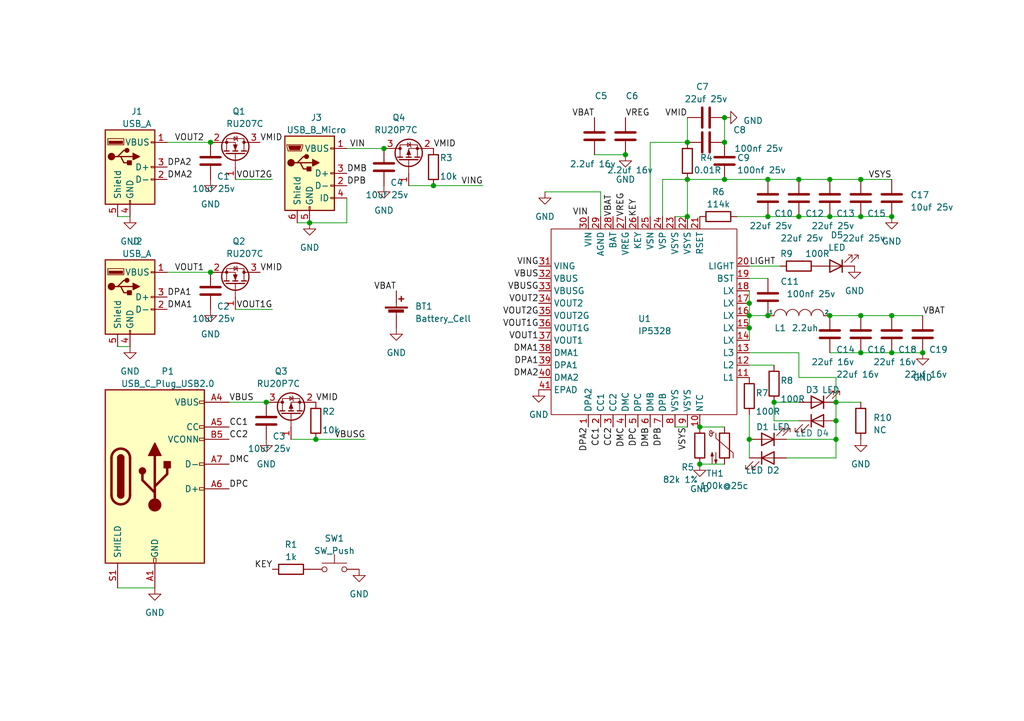
<source format=kicad_sch>
(kicad_sch (version 20210406) (generator eeschema)
  (paper "A5")
  (lib_symbols
    (symbol "1New_Library:IP5328"
      (property "Reference" "U" (at 7.62 -3.81 0))
      (property "Value" "IP5328" (at 7.62 -6.35 0))
      (symbol "IP5328_0_0"
        (pin input line (at 25.4 -35.56 90) (length 2.54) (name "NTC") (number "10"))
        (pin input line (at 5.08 -35.56 90) (length 2.54) (name "CC1") (number "2"))
        (pin input line (at 7.62 -35.56 90) (length 2.54) (name "CC2") (number "3"))
        (pin input line (at -7.62 -5.08 0) (length 2.54) (name "VBUS") (number "32"))
        (pin input line (at -7.62 -7.62 0) (length 2.54) (name "VBUSG") (number "33"))
        (pin input line (at -7.62 -10.16 0) (length 2.54) (name "VOUT2") (number "34"))
        (pin input line (at -7.62 -12.7 0) (length 2.54) (name "VOUT2G") (number "35"))
        (pin input line (at -7.62 -15.24 0) (length 2.54) (name "VOUT1G") (number "36"))
        (pin input line (at -7.62 -17.78 0) (length 2.54) (name "VOUT1") (number "37"))
        (pin input line (at -7.62 -20.32 0) (length 2.54) (name "DMA1") (number "38"))
        (pin input line (at -7.62 -22.86 0) (length 2.54) (name "DPA1") (number "39"))
        (pin input line (at 10.16 -35.56 90) (length 2.54) (name "DMC") (number "4"))
        (pin input line (at -7.62 -25.4 0) (length 2.54) (name "DMA2") (number "40"))
        (pin input line (at 12.7 -35.56 90) (length 2.54) (name "DPC") (number "5"))
        (pin input line (at 15.24 -35.56 90) (length 2.54) (name "DMB") (number "6"))
        (pin input line (at 17.78 -35.56 90) (length 2.54) (name "DPB") (number "7"))
        (pin input line (at 20.32 -35.56 90) (length 2.54) (name "VSYS") (number "8"))
        (pin input line (at 22.86 -35.56 90) (length 2.54) (name "VSYS") (number "9"))
      )
      (symbol "IP5328_0_1"
        (rectangle (start -5.08 5.08) (end 33.02 -33.02) (stroke (width 0.1524)))
      )
      (symbol "IP5328_1_1"
        (pin input line (at 2.54 -35.56 90) (length 2.54) (name "DPA2") (number "1"))
        (pin input line (at 35.56 -25.4 180) (length 2.54) (name "L1") (number "11"))
        (pin input line (at 35.56 -22.86 180) (length 2.54) (name "L2") (number "12"))
        (pin input line (at 35.56 -20.32 180) (length 2.54) (name "L3") (number "13"))
        (pin input line (at 35.56 -17.78 180) (length 2.54) (name "LX") (number "14"))
        (pin input line (at 35.56 -15.24 180) (length 2.54) (name "LX") (number "15"))
        (pin input line (at 35.56 -12.7 180) (length 2.54) (name "LX") (number "16"))
        (pin input line (at 35.56 -10.16 180) (length 2.54) (name "LX") (number "17"))
        (pin input line (at 35.56 -7.62 180) (length 2.54) (name "LX") (number "18"))
        (pin input line (at 35.56 -5.08 180) (length 2.54) (name "BST") (number "19"))
        (pin input line (at 35.56 -2.54 180) (length 2.54) (name "LIGHT") (number "20"))
        (pin input line (at 25.4 7.62 270) (length 2.54) (name "RSET") (number "21"))
        (pin input line (at 22.86 7.62 270) (length 2.54) (name "VSYS") (number "22"))
        (pin input line (at 20.32 7.62 270) (length 2.54) (name "VSYS") (number "23"))
        (pin input line (at 17.78 7.62 270) (length 2.54) (name "VSP") (number "24"))
        (pin input line (at 15.24 7.62 270) (length 2.54) (name "VSN") (number "25"))
        (pin input line (at 12.7 7.62 270) (length 2.54) (name "KEY") (number "26"))
        (pin input line (at 10.16 7.62 270) (length 2.54) (name "VREG") (number "27"))
        (pin input line (at 7.62 7.62 270) (length 2.54) (name "BAT") (number "28"))
        (pin input line (at 5.08 7.62 270) (length 2.54) (name "AGND") (number "29"))
        (pin input line (at 2.54 7.62 270) (length 2.54) (name "VIN") (number "30"))
        (pin input line (at -7.62 -2.54 0) (length 2.54) (name "VING") (number "31"))
        (pin input line (at -7.62 -27.94 0) (length 2.54) (name "EPAD") (number "41"))
      )
    )
    (symbol "Connector:USB_A" (pin_names (offset 1.016))
      (property "Reference" "J" (at -5.08 11.43 0))
      (property "Value" "USB_A" (at -5.08 8.89 0))
      (symbol "USB_A_0_1"
        (circle (center -3.81 2.159) (radius 0.635) (stroke (width 0.254)) (fill (type outline)))
        (circle (center -0.635 3.429) (radius 0.381) (stroke (width 0.254)) (fill (type outline)))
        (rectangle (start -1.27 4.572) (end -4.572 5.842))
        (rectangle (start -0.127 -7.62) (end 0.127 -6.858))
        (rectangle (start 5.08 -2.667) (end 4.318 -2.413))
        (rectangle (start 5.08 -0.127) (end 4.318 0.127))
        (rectangle (start 5.08 4.953) (end 4.318 5.207))
        (rectangle (start -1.524 4.826) (end -4.318 5.334) (fill (type outline)))
        (rectangle (start 0.254 1.27) (end -0.508 0.508) (stroke (width 0.254)) (fill (type outline)))
        (rectangle (start -5.08 -7.62) (end 5.08 7.62) (stroke (width 0.254)) (fill (type background)))
        (polyline (pts (xy -3.175 2.159) (xy -2.54 2.159) (xy -1.27 3.429) (xy -0.635 3.429)) (stroke (width 0.254)))
        (polyline (pts (xy -2.54 2.159) (xy -1.905 2.159) (xy -1.27 0.889) (xy 0 0.889)) (stroke (width 0.254)))
        (polyline (pts (xy 0.635 2.794) (xy 0.635 1.524) (xy 1.905 2.159) (xy 0.635 2.794)) (stroke (width 0.254)) (fill (type outline)))
      )
      (symbol "USB_A_1_1"
        (polyline (pts (xy -1.905 2.159) (xy 0.635 2.159)) (stroke (width 0.254)))
        (pin power_in line (at 7.62 5.08 180) (length 2.54) (name "VBUS") (number "1"))
        (pin bidirectional line (at 7.62 -2.54 180) (length 2.54) (name "D-") (number "2"))
        (pin bidirectional line (at 7.62 0 180) (length 2.54) (name "D+") (number "3"))
        (pin power_in line (at 0 -10.16 90) (length 2.54) (name "GND") (number "4"))
        (pin passive line (at -2.54 -10.16 90) (length 2.54) (name "Shield") (number "5"))
      )
    )
    (symbol "Connector:USB_B_Micro" (pin_names (offset 1.016))
      (property "Reference" "J" (at -5.08 11.43 0))
      (property "Value" "USB_B_Micro" (at -5.08 8.89 0))
      (symbol "USB_B_Micro_0_1"
        (circle (center -3.81 2.159) (radius 0.635) (stroke (width 0.254)) (fill (type outline)))
        (circle (center -0.635 3.429) (radius 0.381) (stroke (width 0.254)) (fill (type outline)))
        (rectangle (start -0.127 -7.62) (end 0.127 -6.858))
        (rectangle (start 5.08 -5.207) (end 4.318 -4.953))
        (rectangle (start 5.08 -2.667) (end 4.318 -2.413))
        (rectangle (start 5.08 -0.127) (end 4.318 0.127))
        (rectangle (start 5.08 4.953) (end 4.318 5.207))
        (rectangle (start 0.254 1.27) (end -0.508 0.508) (stroke (width 0.254)) (fill (type outline)))
        (rectangle (start -5.08 -7.62) (end 5.08 7.62) (stroke (width 0.254)) (fill (type background)))
        (polyline (pts (xy -1.905 2.159) (xy 0.635 2.159)) (stroke (width 0.254)))
        (polyline (pts (xy -3.175 2.159) (xy -2.54 2.159) (xy -1.27 3.429) (xy -0.635 3.429)) (stroke (width 0.254)))
        (polyline (pts (xy -2.54 2.159) (xy -1.905 2.159) (xy -1.27 0.889) (xy 0 0.889)) (stroke (width 0.254)))
        (polyline (pts (xy -4.699 5.842) (xy -4.699 5.588) (xy -4.445 4.826) (xy -4.445 4.572) (xy -1.651 4.572) (xy -1.651 4.826) (xy -1.397 5.588) (xy -1.397 5.842) (xy -4.699 5.842)))
        (polyline (pts (xy 0.635 2.794) (xy 0.635 1.524) (xy 1.905 2.159) (xy 0.635 2.794)) (stroke (width 0.254)) (fill (type outline)))
        (polyline (pts (xy -4.318 5.588) (xy -1.778 5.588) (xy -2.032 4.826) (xy -4.064 4.826) (xy -4.318 5.588)) (fill (type outline)))
      )
      (symbol "USB_B_Micro_1_1"
        (pin power_out line (at 7.62 5.08 180) (length 2.54) (name "VBUS") (number "1"))
        (pin bidirectional line (at 7.62 -2.54 180) (length 2.54) (name "D-") (number "2"))
        (pin bidirectional line (at 7.62 0 180) (length 2.54) (name "D+") (number "3"))
        (pin passive line (at 7.62 -5.08 180) (length 2.54) (name "ID") (number "4"))
        (pin power_out line (at 0 -10.16 90) (length 2.54) (name "GND") (number "5"))
        (pin passive line (at -2.54 -10.16 90) (length 2.54) (name "Shield") (number "6"))
      )
    )
    (symbol "Connector:USB_C_Plug_USB2.0" (pin_names (offset 1.016))
      (property "Reference" "P" (at -10.16 19.05 0))
      (property "Value" "USB_C_Plug_USB2.0" (at 12.7 19.05 0))
      (symbol "USB_C_Plug_USB2.0_0_0"
        (rectangle (start -0.254 -17.78) (end 0.254 -16.764))
        (rectangle (start 10.16 -2.286) (end 9.144 -2.794))
        (rectangle (start 10.16 2.794) (end 9.144 2.286))
        (rectangle (start 10.16 7.874) (end 9.144 7.366))
        (rectangle (start 10.16 10.414) (end 9.144 9.906))
        (rectangle (start 10.16 15.494) (end 9.144 14.986))
      )
      (symbol "USB_C_Plug_USB2.0_0_1"
        (arc (start -8.89 -3.81) (end -5.08 -3.81) (radius (at -6.985 -3.81) (length 1.905) (angles -179.9 -0.1)) (stroke (width 0.508)))
        (arc (start -7.62 -3.81) (end -6.35 -3.81) (radius (at -6.985 -3.81) (length 0.635) (angles -179.9 -0.1)) (stroke (width 0.254)))
        (arc (start -6.35 3.81) (end -7.62 3.81) (radius (at -6.985 3.81) (length 0.635) (angles 0.1 179.9)) (stroke (width 0.254)))
        (arc (start -5.08 3.81) (end -8.89 3.81) (radius (at -6.985 3.81) (length 1.905) (angles 0.1 179.9)) (stroke (width 0.508)))
        (arc (start -7.62 -3.81) (end -6.35 -3.81) (radius (at -6.985 -3.81) (length 0.635) (angles -179.9 -0.1)) (stroke (width 0.254)) (fill (type outline)))
        (arc (start -6.35 3.81) (end -7.62 3.81) (radius (at -6.985 3.81) (length 0.635) (angles 0.1 179.9)) (stroke (width 0.254)) (fill (type outline)))
        (circle (center -2.54 1.143) (radius 0.635) (stroke (width 0.254)) (fill (type outline)))
        (circle (center 0 -5.842) (radius 1.27) (fill (type outline)))
        (rectangle (start -7.62 -3.81) (end -6.35 3.81) (stroke (width 0.254)) (fill (type outline)))
        (rectangle (start 1.905 1.778) (end 3.175 3.048) (stroke (width 0.254)) (fill (type outline)))
        (rectangle (start -10.16 17.78) (end 10.16 -17.78) (stroke (width 0.254)) (fill (type background)))
        (polyline (pts (xy -8.89 -3.81) (xy -8.89 3.81)) (stroke (width 0.508)))
        (polyline (pts (xy -5.08 3.81) (xy -5.08 -3.81)) (stroke (width 0.508)))
        (polyline (pts (xy 0 -5.842) (xy 0 4.318)) (stroke (width 0.508)))
        (polyline (pts (xy 0 -3.302) (xy -2.54 -0.762) (xy -2.54 0.508)) (stroke (width 0.508)))
        (polyline (pts (xy 0 -2.032) (xy 2.54 0.508) (xy 2.54 1.778)) (stroke (width 0.508)))
        (polyline (pts (xy -1.27 4.318) (xy 0 6.858) (xy 1.27 4.318) (xy -1.27 4.318)) (stroke (width 0.254)) (fill (type outline)))
      )
      (symbol "USB_C_Plug_USB2.0_1_1"
        (pin passive line (at 0 -22.86 90) (length 5.08) (name "GND") (number "A1"))
        (pin passive line (at 0 -22.86 90) (length 5.08) hide (name "GND") (number "A12"))
        (pin passive line (at 15.24 15.24 180) (length 5.08) (name "VBUS") (number "A4"))
        (pin bidirectional line (at 15.24 10.16 180) (length 5.08) (name "CC") (number "A5"))
        (pin bidirectional line (at 15.24 -2.54 180) (length 5.08) (name "D+") (number "A6"))
        (pin bidirectional line (at 15.24 2.54 180) (length 5.08) (name "D-") (number "A7"))
        (pin passive line (at 15.24 15.24 180) (length 5.08) hide (name "VBUS") (number "A9"))
        (pin passive line (at 0 -22.86 90) (length 5.08) hide (name "GND") (number "B1"))
        (pin passive line (at 0 -22.86 90) (length 5.08) hide (name "GND") (number "B12"))
        (pin passive line (at 15.24 15.24 180) (length 5.08) hide (name "VBUS") (number "B4"))
        (pin bidirectional line (at 15.24 7.62 180) (length 5.08) (name "VCONN") (number "B5"))
        (pin passive line (at 15.24 15.24 180) (length 5.08) hide (name "VBUS") (number "B9"))
        (pin passive line (at -7.62 -22.86 90) (length 5.08) (name "SHIELD") (number "S1"))
      )
    )
    (symbol "Device:Battery_Cell" (pin_numbers hide) (pin_names (offset 0) hide)
      (property "Reference" "BT" (at 2.54 2.54 0))
      (property "Value" "Battery_Cell" (at 2.54 0 0))
      (symbol "Battery_Cell_0_1"
        (rectangle (start -2.286 1.778) (end 2.286 1.524) (fill (type outline)))
        (rectangle (start -1.5748 1.1938) (end 1.4732 0.6858) (fill (type outline)))
        (polyline (pts (xy 0 0.762) (xy 0 0)))
        (polyline (pts (xy 0 1.778) (xy 0 2.54)))
        (polyline (pts (xy 0.508 3.429) (xy 1.524 3.429)) (stroke (width 0.254)))
        (polyline (pts (xy 1.016 3.937) (xy 1.016 2.921)) (stroke (width 0.254)))
      )
      (symbol "Battery_Cell_1_1"
        (pin passive line (at 0 5.08 270) (length 2.54) (name "+") (number "1"))
        (pin passive line (at 0 -2.54 90) (length 2.54) (name "-") (number "2"))
      )
    )
    (symbol "Device:C" (pin_numbers hide) (pin_names (offset 0.254))
      (property "Reference" "C" (at 0.635 2.54 0))
      (property "Value" "C" (at 0.635 -2.54 0))
      (symbol "C_0_1"
        (polyline (pts (xy -2.032 -0.762) (xy 2.032 -0.762)) (stroke (width 0.508)))
        (polyline (pts (xy -2.032 0.762) (xy 2.032 0.762)) (stroke (width 0.508)))
      )
      (symbol "C_1_1"
        (pin passive line (at 0 3.81 270) (length 2.794) (name "~") (number "1"))
        (pin passive line (at 0 -3.81 90) (length 2.794) (name "~") (number "2"))
      )
    )
    (symbol "Device:LED" (pin_numbers hide) (pin_names (offset 1.016) hide)
      (property "Reference" "D" (at 0 2.54 0))
      (property "Value" "LED" (at 0 -2.54 0))
      (symbol "LED_0_1"
        (polyline (pts (xy -1.27 -1.27) (xy -1.27 1.27)) (stroke (width 0.254)))
        (polyline (pts (xy -1.27 0) (xy 1.27 0)))
        (polyline (pts (xy 1.27 -1.27) (xy 1.27 1.27) (xy -1.27 0) (xy 1.27 -1.27)) (stroke (width 0.254)))
        (polyline (pts (xy -3.048 -0.762) (xy -4.572 -2.286) (xy -3.81 -2.286) (xy -4.572 -2.286) (xy -4.572 -1.524)))
        (polyline (pts (xy -1.778 -0.762) (xy -3.302 -2.286) (xy -2.54 -2.286) (xy -3.302 -2.286) (xy -3.302 -1.524)))
      )
      (symbol "LED_1_1"
        (pin passive line (at -3.81 0 0) (length 2.54) (name "K") (number "1"))
        (pin passive line (at 3.81 0 180) (length 2.54) (name "A") (number "2"))
      )
    )
    (symbol "Device:R" (pin_numbers hide) (pin_names (offset 0))
      (property "Reference" "R" (at 2.032 0 90))
      (property "Value" "R" (at 0 0 90))
      (symbol "R_0_1"
        (rectangle (start -1.016 -2.54) (end 1.016 2.54) (stroke (width 0.254)))
      )
      (symbol "R_1_1"
        (pin passive line (at 0 3.81 270) (length 1.27) (name "~") (number "1"))
        (pin passive line (at 0 -3.81 90) (length 1.27) (name "~") (number "2"))
      )
    )
    (symbol "Device:Thermistor_NTC" (pin_numbers hide) (pin_names (offset 0))
      (property "Reference" "TH" (at -4.445 0 90))
      (property "Value" "Thermistor_NTC" (at 3.175 0 90))
      (symbol "Thermistor_NTC_0_1"
        (arc (start -3.048 2.159) (end -3.175 2.413) (radius (at -3.2004 2.2352) (length 0.1778) (angles -26.5 81.8)))
        (arc (start -3.048 2.159) (end -2.794 1.905) (radius (at -2.794 2.159) (length 0.254) (angles 180 -90)))
        (arc (start -2.794 1.905) (end -2.54 2.159) (radius (at -2.794 2.159) (length 0.254) (angles -90 0)))
        (arc (start -2.54 2.794) (end -2.794 3.048) (radius (at -2.794 2.794) (length 0.254) (angles 0 90)))
        (arc (start -2.794 3.048) (end -3.048 2.794) (radius (at -2.794 2.794) (length 0.254) (angles 90 180)))
        (arc (start -3.048 2.794) (end -2.794 2.54) (radius (at -2.794 2.794) (length 0.254) (angles 180 -90)))
        (arc (start -2.794 2.54) (end -2.159 2.794) (radius (at -2.6416 3.0226) (length 0.508) (angles -107.5 -25.3)))
        (rectangle (start -1.016 2.54) (end 1.016 -2.54) (stroke (width 0.254)))
        (polyline (pts (xy -2.54 2.159) (xy -2.54 2.794)))
        (polyline (pts (xy -1.778 2.54) (xy -1.778 1.524) (xy 1.778 -1.524) (xy 1.778 -2.54)))
        (polyline (pts (xy -2.54 -3.683) (xy -2.54 -1.397) (xy -2.794 -2.159) (xy -2.286 -2.159) (xy -2.54 -1.397) (xy -2.54 -1.651)) (fill (type outline)))
        (polyline (pts (xy -1.778 -1.397) (xy -1.778 -3.683) (xy -2.032 -2.921) (xy -1.524 -2.921) (xy -1.778 -3.683) (xy -1.778 -3.429)) (fill (type outline)))
      )
      (symbol "Thermistor_NTC_1_1"
        (pin passive line (at 0 3.81 270) (length 1.27) (name "~") (number "1"))
        (pin passive line (at 0 -3.81 90) (length 1.27) (name "~") (number "2"))
      )
    )
    (symbol "Switch:SW_Push" (pin_numbers hide) (pin_names (offset 1.016) hide)
      (property "Reference" "SW" (at 1.27 2.54 0))
      (property "Value" "SW_Push" (at 0 -1.524 0))
      (symbol "SW_Push_0_1"
        (circle (center -2.032 0) (radius 0.508))
        (circle (center 2.032 0) (radius 0.508))
        (polyline (pts (xy 0 1.27) (xy 0 3.048)))
        (polyline (pts (xy 2.54 1.27) (xy -2.54 1.27)))
        (pin passive line (at -5.08 0 0) (length 2.54) (name "1") (number "1"))
        (pin passive line (at 5.08 0 180) (length 2.54) (name "2") (number "2"))
      )
    )
    (symbol "Transistor_FET:AO3401A" (pin_names hide)
      (property "Reference" "Q" (at 5.08 1.905 0))
      (property "Value" "AO3401A" (at 5.08 0 0))
      (symbol "AO3401A_0_1"
        (circle (center 1.651 0) (radius 2.794) (stroke (width 0.254)))
        (circle (center 2.54 -1.778) (radius 0.254) (fill (type outline)))
        (circle (center 2.54 1.778) (radius 0.254) (fill (type outline)))
        (polyline (pts (xy 0.254 0) (xy -2.54 0)))
        (polyline (pts (xy 0.254 1.905) (xy 0.254 -1.905)) (stroke (width 0.254)))
        (polyline (pts (xy 0.762 -1.27) (xy 0.762 -2.286)) (stroke (width 0.254)))
        (polyline (pts (xy 0.762 0.508) (xy 0.762 -0.508)) (stroke (width 0.254)))
        (polyline (pts (xy 0.762 2.286) (xy 0.762 1.27)) (stroke (width 0.254)))
        (polyline (pts (xy 2.54 2.54) (xy 2.54 1.778)))
        (polyline (pts (xy 2.54 -2.54) (xy 2.54 0) (xy 0.762 0)))
        (polyline (pts (xy 0.762 1.778) (xy 3.302 1.778) (xy 3.302 -1.778) (xy 0.762 -1.778)))
        (polyline (pts (xy 2.794 -0.508) (xy 2.921 -0.381) (xy 3.683 -0.381) (xy 3.81 -0.254)))
        (polyline (pts (xy 3.302 -0.381) (xy 2.921 0.254) (xy 3.683 0.254) (xy 3.302 -0.381)))
        (polyline (pts (xy 2.286 0) (xy 1.27 0.381) (xy 1.27 -0.381) (xy 2.286 0)) (fill (type outline)))
      )
      (symbol "AO3401A_1_1"
        (pin input line (at -5.08 0 0) (length 2.54) (name "G") (number "1"))
        (pin passive line (at 2.54 -5.08 90) (length 2.54) (name "S") (number "2"))
        (pin passive line (at 2.54 5.08 270) (length 2.54) (name "D") (number "3"))
      )
    )
    (symbol "Transistor_FET:DMN3404L" (pin_names hide)
      (property "Reference" "Q" (at 5.08 1.905 0))
      (property "Value" "DMN3404L" (at 5.08 0 0))
      (symbol "DMN3404L_0_1"
        (circle (center 1.651 0) (radius 2.794) (stroke (width 0.254)))
        (circle (center 2.54 -1.778) (radius 0.254) (fill (type outline)))
        (circle (center 2.54 1.778) (radius 0.254) (fill (type outline)))
        (polyline (pts (xy 0.254 0) (xy -2.54 0)))
        (polyline (pts (xy 0.254 1.905) (xy 0.254 -1.905)) (stroke (width 0.254)))
        (polyline (pts (xy 0.762 -1.27) (xy 0.762 -2.286)) (stroke (width 0.254)))
        (polyline (pts (xy 0.762 0.508) (xy 0.762 -0.508)) (stroke (width 0.254)))
        (polyline (pts (xy 0.762 2.286) (xy 0.762 1.27)) (stroke (width 0.254)))
        (polyline (pts (xy 2.54 2.54) (xy 2.54 1.778)))
        (polyline (pts (xy 2.54 -2.54) (xy 2.54 0) (xy 0.762 0)))
        (polyline (pts (xy 0.762 -1.778) (xy 3.302 -1.778) (xy 3.302 1.778) (xy 0.762 1.778)))
        (polyline (pts (xy 2.794 0.508) (xy 2.921 0.381) (xy 3.683 0.381) (xy 3.81 0.254)))
        (polyline (pts (xy 3.302 0.381) (xy 2.921 -0.254) (xy 3.683 -0.254) (xy 3.302 0.381)))
        (polyline (pts (xy 1.016 0) (xy 2.032 0.381) (xy 2.032 -0.381) (xy 1.016 0)) (fill (type outline)))
      )
      (symbol "DMN3404L_1_1"
        (pin input line (at -5.08 0 0) (length 2.54) (name "G") (number "1"))
        (pin passive line (at 2.54 -5.08 90) (length 2.54) (name "S") (number "2"))
        (pin passive line (at 2.54 5.08 270) (length 2.54) (name "D") (number "3"))
      )
    )
    (symbol "power:GND" (power) (pin_names (offset 0))
      (property "Value" "GND" (at 0 -3.81 0))
      (symbol "GND_0_1"
        (polyline (pts (xy 0 0) (xy 0 -1.27) (xy 1.27 -1.27) (xy 0 -2.54) (xy -1.27 -1.27) (xy 0 -1.27)))
      )
      (symbol "GND_1_1"
        (pin power_in line (at 0 0 270) (length 0) hide (name "GND") (number "1"))
      )
    )
    (symbol "pspice:INDUCTOR" (pin_numbers hide) (pin_names (offset 0))
      (property "Reference" "L" (at 0 2.54 0))
      (property "Value" "INDUCTOR" (at 0 -1.27 0))
      (symbol "INDUCTOR_0_1"
        (arc (start -2.54 0) (end -5.08 0) (radius (at -3.81 0) (length 1.27) (angles 0.1 179.9)))
        (arc (start 0 0) (end -2.54 0) (radius (at -1.27 0) (length 1.27) (angles 0.1 179.9)))
        (arc (start 2.54 0) (end 0 0) (radius (at 1.27 0) (length 1.27) (angles 0.1 179.9)))
        (arc (start 5.08 0) (end 2.54 0) (radius (at 3.81 0) (length 1.27) (angles 0.1 179.9)))
      )
      (symbol "INDUCTOR_1_1"
        (pin input line (at -6.35 0 0) (length 1.27) (name "1") (number "1"))
        (pin input line (at 6.35 0 180) (length 1.27) (name "2") (number "2"))
      )
    )
  )
  (junction (at 43.18 29.21) (diameter 0.9144))
  (junction (at 43.18 55.88) (diameter 0.9144))
  (junction (at 54.61 82.55) (diameter 0.9144))
  (junction (at 63.5 45.72) (diameter 0.9144))
  (junction (at 64.77 90.17) (diameter 0.9144))
  (junction (at 78.74 30.48) (diameter 0.9144))
  (junction (at 88.9 38.1) (diameter 0.9144))
  (junction (at 128.27 31.75) (diameter 0.9144))
  (junction (at 140.97 29.21) (diameter 0.9144))
  (junction (at 140.97 36.83) (diameter 0.9144))
  (junction (at 140.97 44.45) (diameter 0.9144))
  (junction (at 143.51 87.63) (diameter 0.9144))
  (junction (at 143.51 95.25) (diameter 0.9144))
  (junction (at 148.59 24.13) (diameter 0.9144))
  (junction (at 148.59 29.21) (diameter 0.9144))
  (junction (at 148.59 36.83) (diameter 0.9144))
  (junction (at 153.67 62.23) (diameter 0.9144))
  (junction (at 153.67 64.77) (diameter 0.9144))
  (junction (at 153.67 67.31) (diameter 0.9144))
  (junction (at 153.67 90.17) (diameter 0.9144))
  (junction (at 157.48 36.83) (diameter 0.9144))
  (junction (at 157.48 44.45) (diameter 0.9144))
  (junction (at 157.48 64.77) (diameter 0.9144))
  (junction (at 158.75 82.55) (diameter 0.9144))
  (junction (at 163.83 36.83) (diameter 0.9144))
  (junction (at 163.83 44.45) (diameter 0.9144))
  (junction (at 170.18 36.83) (diameter 0.9144))
  (junction (at 170.18 44.45) (diameter 0.9144))
  (junction (at 170.18 64.77) (diameter 0.9144))
  (junction (at 171.45 82.55) (diameter 0.9144))
  (junction (at 171.45 86.36) (diameter 0.9144))
  (junction (at 171.45 90.17) (diameter 0.9144))
  (junction (at 176.53 36.83) (diameter 0.9144))
  (junction (at 176.53 44.45) (diameter 0.9144))
  (junction (at 176.53 64.77) (diameter 0.9144))
  (junction (at 176.53 72.39) (diameter 0.9144))
  (junction (at 182.88 44.45) (diameter 0.9144))
  (junction (at 182.88 64.77) (diameter 0.9144))
  (junction (at 182.88 72.39) (diameter 0.9144))
  (junction (at 189.23 72.39) (diameter 0.9144))
  (wire (pts (xy 24.13 44.45) (xy 26.67 44.45)))
  (wire (pts (xy 24.13 71.12) (xy 26.67 71.12)))
  (wire (pts (xy 24.13 120.65) (xy 31.75 120.65)))
  (wire (pts (xy 34.29 29.21) (xy 43.18 29.21)))
  (wire (pts (xy 34.29 55.88) (xy 43.18 55.88)))
  (wire (pts (xy 46.99 82.55) (xy 54.61 82.55)))
  (wire (pts (xy 48.26 36.83) (xy 55.88 36.83)))
  (wire (pts (xy 48.26 63.5) (xy 55.88 63.5)))
  (wire (pts (xy 59.69 90.17) (xy 64.77 90.17)))
  (wire (pts (xy 63.5 45.72) (xy 60.96 45.72)))
  (wire (pts (xy 64.77 90.17) (xy 74.93 90.17)))
  (wire (pts (xy 71.12 30.48) (xy 78.74 30.48)))
  (wire (pts (xy 71.12 40.64) (xy 71.12 45.72)))
  (wire (pts (xy 71.12 45.72) (xy 63.5 45.72)))
  (wire (pts (xy 83.82 38.1) (xy 88.9 38.1)))
  (wire (pts (xy 88.9 38.1) (xy 99.06 38.1)))
  (wire (pts (xy 111.76 39.37) (xy 123.19 39.37)))
  (wire (pts (xy 121.92 31.75) (xy 128.27 31.75)))
  (wire (pts (xy 123.19 39.37) (xy 123.19 44.45)))
  (wire (pts (xy 133.35 29.21) (xy 133.35 44.45)))
  (wire (pts (xy 135.89 36.83) (xy 135.89 44.45)))
  (wire (pts (xy 138.43 44.45) (xy 140.97 44.45)))
  (wire (pts (xy 138.43 87.63) (xy 140.97 87.63)))
  (wire (pts (xy 140.97 24.13) (xy 140.97 29.21)))
  (wire (pts (xy 140.97 29.21) (xy 133.35 29.21)))
  (wire (pts (xy 140.97 36.83) (xy 135.89 36.83)))
  (wire (pts (xy 140.97 36.83) (xy 140.97 44.45)))
  (wire (pts (xy 143.51 87.63) (xy 148.59 87.63)))
  (wire (pts (xy 143.51 95.25) (xy 148.59 95.25)))
  (wire (pts (xy 148.59 24.13) (xy 148.59 29.21)))
  (wire (pts (xy 148.59 36.83) (xy 140.97 36.83)))
  (wire (pts (xy 151.13 44.45) (xy 157.48 44.45)))
  (wire (pts (xy 153.67 54.61) (xy 160.02 54.61)))
  (wire (pts (xy 153.67 57.15) (xy 157.48 57.15)))
  (wire (pts (xy 153.67 59.69) (xy 153.67 62.23)))
  (wire (pts (xy 153.67 62.23) (xy 153.67 64.77)))
  (wire (pts (xy 153.67 64.77) (xy 153.67 67.31)))
  (wire (pts (xy 153.67 64.77) (xy 157.48 64.77)))
  (wire (pts (xy 153.67 67.31) (xy 153.67 69.85)))
  (wire (pts (xy 153.67 72.39) (xy 163.83 72.39)))
  (wire (pts (xy 153.67 74.93) (xy 158.75 74.93)))
  (wire (pts (xy 153.67 85.09) (xy 153.67 90.17)))
  (wire (pts (xy 153.67 90.17) (xy 153.67 93.98)))
  (wire (pts (xy 157.48 36.83) (xy 148.59 36.83)))
  (wire (pts (xy 157.48 44.45) (xy 163.83 44.45)))
  (wire (pts (xy 158.75 82.55) (xy 163.83 82.55)))
  (wire (pts (xy 158.75 86.36) (xy 158.75 82.55)))
  (wire (pts (xy 161.29 90.17) (xy 171.45 90.17)))
  (wire (pts (xy 161.29 93.98) (xy 171.45 93.98)))
  (wire (pts (xy 163.83 36.83) (xy 157.48 36.83)))
  (wire (pts (xy 163.83 44.45) (xy 170.18 44.45)))
  (wire (pts (xy 163.83 72.39) (xy 163.83 77.47)))
  (wire (pts (xy 163.83 77.47) (xy 171.45 77.47)))
  (wire (pts (xy 163.83 86.36) (xy 158.75 86.36)))
  (wire (pts (xy 170.18 36.83) (xy 163.83 36.83)))
  (wire (pts (xy 170.18 44.45) (xy 176.53 44.45)))
  (wire (pts (xy 170.18 64.77) (xy 176.53 64.77)))
  (wire (pts (xy 170.18 72.39) (xy 176.53 72.39)))
  (wire (pts (xy 171.45 77.47) (xy 171.45 82.55)))
  (wire (pts (xy 171.45 82.55) (xy 176.53 82.55)))
  (wire (pts (xy 171.45 86.36) (xy 171.45 82.55)))
  (wire (pts (xy 171.45 90.17) (xy 171.45 86.36)))
  (wire (pts (xy 171.45 93.98) (xy 171.45 90.17)))
  (wire (pts (xy 176.53 36.83) (xy 170.18 36.83)))
  (wire (pts (xy 176.53 36.83) (xy 182.88 36.83)))
  (wire (pts (xy 176.53 44.45) (xy 182.88 44.45)))
  (wire (pts (xy 176.53 64.77) (xy 182.88 64.77)))
  (wire (pts (xy 176.53 72.39) (xy 182.88 72.39)))
  (wire (pts (xy 182.88 64.77) (xy 189.23 64.77)))
  (wire (pts (xy 182.88 72.39) (xy 189.23 72.39)))
  (label "DPA2" (at 34.29 34.29 0))
  (label "DMA2" (at 34.29 36.83 0))
  (label "DPA1" (at 34.29 60.96 0))
  (label "DMA1" (at 34.29 63.5 0))
  (label "VOUT2" (at 41.91 29.21 180))
  (label "VOUT1" (at 41.91 55.88 180))
  (label "VBUS" (at 46.99 82.55 0))
  (label "CC1" (at 46.99 87.63 0))
  (label "CC2" (at 46.99 90.17 0))
  (label "DMC" (at 46.99 95.25 0))
  (label "DPC" (at 46.99 100.33 0))
  (label "VMID" (at 53.34 29.21 0))
  (label "VMID" (at 53.34 55.88 0))
  (label "VOUT2G" (at 55.88 36.83 180))
  (label "VOUT1G" (at 55.88 63.5 180))
  (label "KEY" (at 55.88 116.84 180))
  (label "VMID" (at 64.77 82.55 0))
  (label "DMB" (at 71.12 35.56 0))
  (label "DPB" (at 71.12 38.1 0))
  (label "VIN" (at 74.93 30.48 180))
  (label "VBUSG" (at 74.93 90.17 180))
  (label "VBAT" (at 81.28 59.69 180))
  (label "VMID" (at 88.9 30.48 0))
  (label "VING" (at 99.06 38.1 180))
  (label "VING" (at 110.49 54.61 180))
  (label "VBUS" (at 110.49 57.15 180))
  (label "VBUSG" (at 110.49 59.69 180))
  (label "VOUT2" (at 110.49 62.23 180))
  (label "VOUT2G" (at 110.49 64.77 180))
  (label "VOUT1G" (at 110.49 67.31 180))
  (label "VOUT1" (at 110.49 69.85 180))
  (label "DMA1" (at 110.49 72.39 180))
  (label "DPA1" (at 110.49 74.93 180))
  (label "DMA2" (at 110.49 77.47 180))
  (label "VIN" (at 120.65 44.45 180))
  (label "DPA2" (at 120.65 87.63 270))
  (label "VBAT" (at 121.92 24.13 180))
  (label "CC1" (at 123.19 87.63 270))
  (label "VBAT" (at 125.73 44.45 90))
  (label "CC2" (at 125.73 87.63 270))
  (label "VREG" (at 128.27 24.13 0))
  (label "VREG" (at 128.27 44.45 90))
  (label "DMC" (at 128.27 87.63 270))
  (label "KEY" (at 130.81 44.45 90))
  (label "DPC" (at 130.81 87.63 270))
  (label "DMB" (at 133.35 87.63 270))
  (label "DPB" (at 135.89 87.63 270))
  (label "VMID" (at 140.97 24.13 180))
  (label "VSYS" (at 140.97 87.63 270))
  (label "LIGHT" (at 153.67 54.61 0))
  (label "VSYS" (at 182.88 36.83 180))
  (label "VBAT" (at 189.23 64.77 0))
  (symbol (lib_id "power:GND") (at 26.67 44.45 0) (unit 1)
    (property "Reference" "#PWR0112" (effects hide))
    (property "Value" "GND" (at 26.67 49.53 0))
  )
  (symbol (lib_id "power:GND") (at 26.67 71.12 0) (unit 1)
    (property "Reference" "#PWR0108" (effects hide))
    (property "Value" "GND" (at 26.67 76.2 0))
  )
  (symbol (lib_id "power:GND") (at 31.75 120.65 0) (unit 1)
    (property "Reference" "#PWR0109" (effects hide))
    (property "Value" "GND" (at 31.75 125.73 0))
  )
  (symbol (lib_id "power:GND") (at 43.18 36.83 0) (unit 1)
    (property "Reference" "#PWR0118" (effects hide))
    (property "Value" "GND" (at 43.18 41.91 0))
  )
  (symbol (lib_id "power:GND") (at 43.18 63.5 0) (unit 1)
    (property "Reference" "#PWR0116" (effects hide))
    (property "Value" "GND" (at 43.18 68.58 0))
  )
  (symbol (lib_id "power:GND") (at 54.61 90.17 0) (unit 1)
    (property "Reference" "#PWR0115" (effects hide))
    (property "Value" "GND" (at 54.61 95.25 0))
  )
  (symbol (lib_id "power:GND") (at 63.5 45.72 0) (unit 1)
    (property "Reference" "#PWR0110" (effects hide))
    (property "Value" "GND" (at 63.5 50.8 0))
  )
  (symbol (lib_id "power:GND") (at 73.66 116.84 0) (unit 1)
    (property "Reference" "#PWR0114" (effects hide))
    (property "Value" "GND" (at 73.66 121.92 0))
  )
  (symbol (lib_id "power:GND") (at 78.74 38.1 0) (unit 1)
    (property "Reference" "#PWR0117" (effects hide))
    (property "Value" "GND" (at 78.74 43.18 0))
  )
  (symbol (lib_id "power:GND") (at 81.28 67.31 0) (unit 1)
    (property "Reference" "#PWR0119" (effects hide))
    (property "Value" "GND" (at 81.28 72.39 0))
  )
  (symbol (lib_id "power:GND") (at 110.49 80.01 0) (unit 1)
    (property "Reference" "#PWR0103" (effects hide))
    (property "Value" "GND" (at 110.49 85.09 0))
  )
  (symbol (lib_id "power:GND") (at 111.76 39.37 0) (unit 1)
    (property "Reference" "#PWR0111" (effects hide))
    (property "Value" "GND" (at 111.76 44.45 0))
  )
  (symbol (lib_id "power:GND") (at 128.27 31.75 0) (unit 1)
    (property "Reference" "#PWR0106" (effects hide))
    (property "Value" "GND" (at 128.27 36.83 0))
  )
  (symbol (lib_id "power:GND") (at 143.51 95.25 0) (unit 1)
    (property "Reference" "#PWR0107" (effects hide))
    (property "Value" "GND" (at 143.51 100.33 0))
  )
  (symbol (lib_id "power:GND") (at 148.59 24.13 90) (unit 1)
    (property "Reference" "#PWR0113" (effects hide))
    (property "Value" "GND" (at 152.4 24.7649 90) (effects (justify right)))
  )
  (symbol (lib_id "power:GND") (at 175.26 54.61 0) (unit 1)
    (property "Reference" "#PWR0101" (effects hide))
    (property "Value" "GND" (at 175.26 59.69 0))
  )
  (symbol (lib_id "power:GND") (at 176.53 90.17 0) (unit 1)
    (property "Reference" "#PWR0105" (effects hide))
    (property "Value" "GND" (at 176.53 95.25 0))
  )
  (symbol (lib_id "power:GND") (at 182.88 44.45 0) (unit 1)
    (property "Reference" "#PWR0102" (effects hide))
    (property "Value" "GND" (at 182.88 49.53 0))
  )
  (symbol (lib_id "power:GND") (at 189.23 72.39 0) (unit 1)
    (property "Reference" "#PWR0104" (effects hide))
    (property "Value" "GND" (at 189.23 77.47 0))
  )
  (symbol (lib_id "Device:R") (at 59.69 116.84 90) (unit 1)
    (property "Reference" "R1" (at 59.69 111.76 90))
    (property "Value" "1k" (at 59.69 114.3 90))
    (property "Footprint" "Resistor_SMD:R_0603_1608Metric" (effects hide))
  )
  (symbol (lib_id "Device:R") (at 64.77 86.36 0) (unit 1)
    (property "Reference" "R2" (at 66.04 84.4549 0) (effects (justify left)))
    (property "Value" "10k" (at 66.04 88.2649 0) (effects (justify left)))
    (property "Footprint" "Resistor_SMD:R_0603_1608Metric" (effects hide))
  )
  (symbol (lib_id "Device:R") (at 88.9 34.29 0) (unit 1)
    (property "Reference" "R3" (at 90.17 32.3849 0) (effects (justify left)))
    (property "Value" "10k" (at 90.17 36.1949 0) (effects (justify left)))
    (property "Footprint" "Resistor_SMD:R_0603_1608Metric" (effects hide))
  )
  (symbol (lib_id "Device:R") (at 140.97 33.02 0) (unit 1)
    (property "Reference" "R4" (at 143.51 32.3849 0) (effects (justify left)))
    (property "Value" "0.01R" (at 142.24 34.9249 0) (effects (justify left)))
    (property "Footprint" "Resistor_SMD:R_1206_3216Metric" (effects hide))
  )
  (symbol (lib_id "Device:R") (at 143.51 91.44 0) (unit 1)
    (property "Reference" "R5" (at 139.7 95.8849 0) (effects (justify left)))
    (property "Value" "82k 1%" (at 135.89 98.4249 0) (effects (justify left)))
    (property "Footprint" "Resistor_SMD:R_0603_1608Metric" (effects hide))
  )
  (symbol (lib_id "Device:R") (at 147.32 44.45 90) (unit 1)
    (property "Reference" "R6" (at 147.32 39.37 90))
    (property "Value" "114k" (at 147.32 41.91 90))
    (property "Footprint" "Resistor_SMD:R_0603_1608Metric" (effects hide))
  )
  (symbol (lib_id "Device:R") (at 153.67 81.28 0) (unit 1)
    (property "Reference" "R7" (at 154.94 80.6449 0) (effects (justify left)))
    (property "Value" "100R" (at 154.94 84.4549 0) (effects (justify left)))
    (property "Footprint" "Resistor_SMD:R_0603_1608Metric" (effects hide))
  )
  (symbol (lib_id "Device:R") (at 158.75 78.74 0) (unit 1)
    (property "Reference" "R8" (at 160.02 78.1049 0) (effects (justify left)))
    (property "Value" "100R" (at 160.02 81.9149 0) (effects (justify left)))
    (property "Footprint" "Resistor_SMD:R_0603_1608Metric" (effects hide))
  )
  (symbol (lib_id "Device:R") (at 163.83 54.61 90) (unit 1)
    (property "Reference" "R9" (at 161.29 52.07 90))
    (property "Value" "100R" (at 167.64 52.07 90))
    (property "Footprint" "Resistor_SMD:R_0603_1608Metric" (effects hide))
  )
  (symbol (lib_id "Device:R") (at 176.53 86.36 0) (unit 1)
    (property "Reference" "R10" (at 179.07 85.7249 0) (effects (justify left)))
    (property "Value" "NC" (at 179.07 88.2649 0) (effects (justify left)))
    (property "Footprint" "Resistor_SMD:R_0603_1608Metric" (effects hide))
  )
  (symbol (lib_id "pspice:INDUCTOR") (at 163.83 64.77 0) (unit 1)
    (property "Reference" "L1" (at 160.02 67.31 0))
    (property "Value" "2.2uh" (at 165.1 67.31 0))
    (property "Footprint" "Inductor_SMD:L_Wuerth_HCI-1040" (effects hide))
  )
  (symbol (lib_id "Device:LED") (at 157.48 90.17 180) (unit 1)
    (property "Reference" "D1" (at 156.4005 87.63 0))
    (property "Value" "LED" (at 160.2105 87.63 0))
    (property "Footprint" "LED_SMD:LED_0603_1608Metric" (effects hide))
  )
  (symbol (lib_id "Device:LED") (at 157.48 93.98 0) (unit 1)
    (property "Reference" "D2" (at 158.5595 96.52 0))
    (property "Value" "LED" (at 154.7495 96.52 0))
    (property "Footprint" "LED_SMD:LED_0603_1608Metric" (effects hide))
  )
  (symbol (lib_id "Device:LED") (at 167.64 82.55 180) (unit 1)
    (property "Reference" "D3" (at 166.5605 80.01 0))
    (property "Value" "LED" (at 170.3705 80.01 0))
    (property "Footprint" "LED_SMD:LED_0603_1608Metric" (effects hide))
  )
  (symbol (lib_id "Device:LED") (at 167.64 86.36 0) (unit 1)
    (property "Reference" "D4" (at 168.7195 88.9 0))
    (property "Value" "LED" (at 164.9095 88.9 0))
    (property "Footprint" "LED_SMD:LED_0603_1608Metric" (effects hide))
  )
  (symbol (lib_id "Device:LED") (at 171.45 54.61 180) (unit 1)
    (property "Reference" "D5" (at 171.6405 48.26 0))
    (property "Value" "LED" (at 171.6405 50.8 0))
    (property "Footprint" "LED_SMD:LED_0603_1608Metric" (effects hide))
  )
  (symbol (lib_id "Device:C") (at 43.18 33.02 0) (unit 1)
    (property "Reference" "C1" (at 44.45 36.1949 0) (effects (justify left)))
    (property "Value" "10uf 25v" (at 39.37 38.7349 0) (effects (justify left)))
    (property "Footprint" "Capacitor_SMD:C_0805_2012Metric" (effects hide))
  )
  (symbol (lib_id "Device:C") (at 43.18 59.69 0) (unit 1)
    (property "Reference" "C2" (at 44.45 62.8649 0) (effects (justify left)))
    (property "Value" "10uf 25v" (at 39.37 65.4049 0) (effects (justify left)))
    (property "Footprint" "Capacitor_SMD:C_0805_2012Metric" (effects hide))
  )
  (symbol (lib_id "Device:C") (at 54.61 86.36 0) (unit 1)
    (property "Reference" "C3" (at 55.88 89.5349 0) (effects (justify left)))
    (property "Value" "10uf 25v" (at 50.8 92.0749 0) (effects (justify left)))
    (property "Footprint" "Capacitor_SMD:C_0805_2012Metric" (effects hide))
  )
  (symbol (lib_id "Device:C") (at 78.74 34.29 0) (unit 1)
    (property "Reference" "C4" (at 80.01 37.4649 0) (effects (justify left)))
    (property "Value" "10uf 25v" (at 74.93 40.0049 0) (effects (justify left)))
    (property "Footprint" "Capacitor_SMD:C_0805_2012Metric" (effects hide))
  )
  (symbol (lib_id "Device:Battery_Cell") (at 81.28 64.77 0) (unit 1)
    (property "Reference" "BT1" (at 85.09 62.8649 0) (effects (justify left)))
    (property "Value" "Battery_Cell" (at 85.09 65.4049 0) (effects (justify left)))
    (property "Footprint" "Library:bat" (effects hide))
  )
  (symbol (lib_id "Device:C") (at 121.92 27.94 0) (unit 1)
    (property "Reference" "C5" (at 121.92 19.6849 0) (effects (justify left)))
    (property "Value" "2.2uf 16v" (at 116.84 33.6549 0) (effects (justify left)))
    (property "Footprint" "Capacitor_SMD:C_0805_2012Metric" (effects hide))
  )
  (symbol (lib_id "Device:C") (at 128.27 27.94 0) (unit 1)
    (property "Reference" "C6" (at 128.27 19.6849 0) (effects (justify left)))
    (property "Value" "2.2uf 16v" (at 124.46 34.9249 0) (effects (justify left)))
    (property "Footprint" "Capacitor_SMD:C_0805_2012Metric" (effects hide))
  )
  (symbol (lib_id "Device:C") (at 144.78 24.13 90) (unit 1)
    (property "Reference" "C7" (at 145.4149 17.78 90) (effects (justify left)))
    (property "Value" "22uf 25v" (at 149.2249 20.32 90) (effects (justify left)))
    (property "Footprint" "Capacitor_SMD:C_0805_2012Metric" (effects hide))
  )
  (symbol (lib_id "Device:C") (at 144.78 29.21 90) (unit 1)
    (property "Reference" "C8" (at 153.0349 26.67 90) (effects (justify left)))
    (property "Value" "100nf 25v" (at 160.6549 30.48 90) (effects (justify left)))
    (property "Footprint" "Capacitor_SMD:C_0603_1608Metric" (effects hide))
  )
  (symbol (lib_id "Device:C") (at 148.59 33.02 0) (unit 1)
    (property "Reference" "C9" (at 151.13 32.3849 0) (effects (justify left)))
    (property "Value" "100nf 25v" (at 151.13 34.9249 0) (effects (justify left)))
    (property "Footprint" "Capacitor_SMD:C_0603_1608Metric" (effects hide))
  )
  (symbol (lib_id "Device:C") (at 157.48 40.64 0) (unit 1)
    (property "Reference" "C10" (at 158.75 43.8149 0) (effects (justify left)))
    (property "Value" "22uf 25v" (at 153.67 46.3549 0) (effects (justify left)))
    (property "Footprint" "Capacitor_SMD:C_0805_2012Metric" (effects hide))
  )
  (symbol (lib_id "Device:C") (at 157.48 60.96 0) (unit 1)
    (property "Reference" "C11" (at 160.02 57.7849 0) (effects (justify left)))
    (property "Value" "100nf 25v" (at 161.29 60.3249 0) (effects (justify left)))
    (property "Footprint" "Capacitor_SMD:C_0603_1608Metric" (effects hide))
  )
  (symbol (lib_id "Device:C") (at 163.83 40.64 0) (unit 1)
    (property "Reference" "C12" (at 165.1 43.8149 0) (effects (justify left)))
    (property "Value" "22uf 25v" (at 160.02 48.8949 0) (effects (justify left)))
    (property "Footprint" "Capacitor_SMD:C_0805_2012Metric" (effects hide))
  )
  (symbol (lib_id "Device:C") (at 170.18 40.64 0) (unit 1)
    (property "Reference" "C13" (at 171.45 43.8149 0) (effects (justify left)))
    (property "Value" "22uf 25v" (at 166.37 46.3549 0) (effects (justify left)))
    (property "Footprint" "Capacitor_SMD:C_0805_2012Metric" (effects hide))
  )
  (symbol (lib_id "Device:C") (at 170.18 68.58 0) (unit 1)
    (property "Reference" "C14" (at 171.45 71.7549 0) (effects (justify left)))
    (property "Value" "22uf 16v" (at 166.37 74.2949 0) (effects (justify left)))
    (property "Footprint" "Capacitor_SMD:C_0805_2012Metric" (effects hide))
  )
  (symbol (lib_id "Device:C") (at 176.53 40.64 0) (unit 1)
    (property "Reference" "C15" (at 177.8 43.8149 0) (effects (justify left)))
    (property "Value" "22uf 25v" (at 172.72 48.8949 0) (effects (justify left)))
    (property "Footprint" "Capacitor_SMD:C_0805_2012Metric" (effects hide))
  )
  (symbol (lib_id "Device:C") (at 176.53 68.58 0) (unit 1)
    (property "Reference" "C16" (at 177.8 71.7549 0) (effects (justify left)))
    (property "Value" "22uf 16v" (at 171.45 76.8349 0) (effects (justify left)))
    (property "Footprint" "Capacitor_SMD:C_0805_2012Metric" (effects hide))
  )
  (symbol (lib_id "Device:C") (at 182.88 40.64 0) (unit 1)
    (property "Reference" "C17" (at 186.69 40.0049 0) (effects (justify left)))
    (property "Value" "10uf 25v" (at 186.69 42.5449 0) (effects (justify left)))
    (property "Footprint" "Capacitor_SMD:C_0805_2012Metric" (effects hide))
  )
  (symbol (lib_id "Device:C") (at 182.88 68.58 0) (unit 1)
    (property "Reference" "C18" (at 184.15 71.7549 0) (effects (justify left)))
    (property "Value" "22uf 16v" (at 179.07 74.2949 0) (effects (justify left)))
    (property "Footprint" "Capacitor_SMD:C_0805_2012Metric" (effects hide))
  )
  (symbol (lib_id "Device:C") (at 189.23 68.58 0) (unit 1)
    (property "Reference" "C19" (at 190.5 71.7549 0) (effects (justify left)))
    (property "Value" "22uf 16v" (at 185.42 76.8349 0) (effects (justify left)))
    (property "Footprint" "Capacitor_SMD:C_0805_2012Metric" (effects hide))
  )
  (symbol (lib_id "Switch:SW_Push") (at 68.58 116.84 0) (unit 1)
    (property "Reference" "SW1" (at 68.58 110.49 0))
    (property "Value" "SW_Push" (at 68.58 113.03 0))
    (property "Footprint" "Library:FPC_2" (effects hide))
  )
  (symbol (lib_id "Device:Thermistor_NTC") (at 148.59 91.44 0) (unit 1)
    (property "Reference" "TH1" (at 144.78 97.1549 0) (effects (justify left)))
    (property "Value" "100k@25c" (at 143.51 99.6949 0) (effects (justify left)))
    (property "Footprint" "Resistor_SMD:R_0805_2012Metric" (effects hide))
  )
  (symbol (lib_id "Transistor_FET:DMN3404L") (at 48.26 31.75 270) (mirror x) (unit 1)
    (property "Reference" "Q1" (at 47.6251 22.86 90) (effects (justify left)))
    (property "Value" "RU207C" (at 46.3551 25.4 90) (effects (justify left)))
    (property "Footprint" "Package_TO_SOT_SMD:SOT-23" (effects hide))
    (property "Datasheet" "http://www.diodes.com/assets/Datasheets/ds31787.pdf" (effects hide))
  )
  (symbol (lib_id "Transistor_FET:DMN3404L") (at 48.26 58.42 270) (mirror x) (unit 1)
    (property "Reference" "Q2" (at 47.6251 49.53 90) (effects (justify left)))
    (property "Value" "RU207C" (at 46.3551 52.07 90) (effects (justify left)))
    (property "Footprint" "Package_TO_SOT_SMD:SOT-23" (effects hide))
    (property "Datasheet" "http://www.diodes.com/assets/Datasheets/ds31787.pdf" (effects hide))
  )
  (symbol (lib_id "Transistor_FET:AO3401A") (at 59.69 85.09 90) (unit 1)
    (property "Reference" "Q3" (at 59.0549 76.2 90) (effects (justify left)))
    (property "Value" "RU20P7C" (at 61.5949 78.74 90) (effects (justify left)))
    (property "Footprint" "Package_TO_SOT_SMD:SOT-23" (effects hide))
    (property "Datasheet" "http://www.aosmd.com/pdfs/datasheet/AO3401A.pdf" (effects hide))
  )
  (symbol (lib_id "Transistor_FET:AO3401A") (at 83.82 33.02 90) (unit 1)
    (property "Reference" "Q4" (at 83.1849 24.13 90) (effects (justify left)))
    (property "Value" "RU20P7C" (at 85.7249 26.67 90) (effects (justify left)))
    (property "Footprint" "Package_TO_SOT_SMD:SOT-23" (effects hide))
    (property "Datasheet" "http://www.aosmd.com/pdfs/datasheet/AO3401A.pdf" (effects hide))
  )
  (symbol (lib_id "Connector:USB_A") (at 26.67 34.29 0) (unit 1)
    (property "Reference" "J1" (at 28.067 22.86 0))
    (property "Value" "USB_A" (at 28.067 25.4 0))
    (property "Footprint" "Connector_USB:USB_A_Stewart_SS-52100-001_Horizontal" (effects hide))
    (property "Datasheet" " ~" (effects hide))
  )
  (symbol (lib_id "Connector:USB_A") (at 26.67 60.96 0) (unit 1)
    (property "Reference" "J2" (at 28.067 49.53 0))
    (property "Value" "USB_A" (at 28.067 52.07 0))
    (property "Footprint" "Connector_USB:USB_A_Stewart_SS-52100-001_Horizontal" (effects hide))
    (property "Datasheet" " ~" (effects hide))
  )
  (symbol (lib_id "Connector:USB_B_Micro") (at 63.5 35.56 0) (unit 1)
    (property "Reference" "J3" (at 64.897 24.13 0))
    (property "Value" "USB_B_Micro" (at 64.897 26.67 0))
    (property "Footprint" "Connector_USB:USB_Micro-B_Amphenol_10103594-0001LF_Horizontal" (effects hide))
  )
  (symbol (lib_id "Connector:USB_C_Plug_USB2.0") (at 31.75 97.79 0) (unit 1)
    (property "Reference" "P1" (at 34.417 76.2 0))
    (property "Value" "USB_C_Plug_USB2.0" (at 34.417 78.74 0))
    (property "Footprint" "Connector_USB:USB_C_Receptacle_Palconn_UTC16-G" (effects hide))
    (property "Datasheet" "https://www.usb.org/sites/default/files/documents/usb_type-c.zip" (effects hide))
  )
  (symbol (lib_id "1New_Library:IP5328") (at 118.11 52.07 0) (unit 1)
    (property "Reference" "U1" (at 130.81 65.4049 0) (effects (justify left)))
    (property "Value" "IP5328" (at 130.81 67.9449 0) (effects (justify left)))
    (property "Footprint" "Package_DFN_QFN:QFN-40-1EP_6x6mm_P0.5mm_EP4.6x4.6mm" (effects hide))
  )
)
</source>
